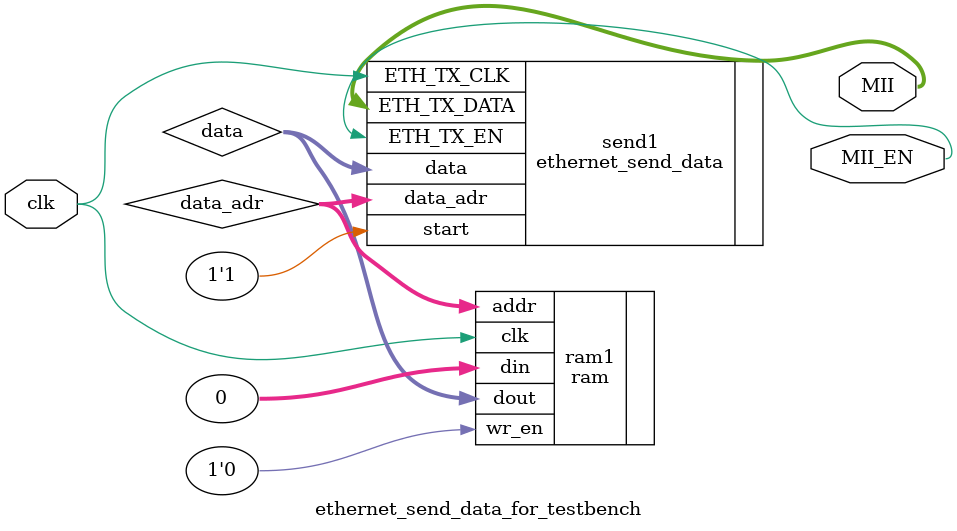
<source format=v>
module ethernet_send_data_for_testbench
(
	input clk,
	output [4:0] MII,
	output MII_EN
);

	wire [7:0] data;
	wire [10:0] data_adr;
	wire EN;
	
	ethernet_send_data #(70) send1
	(
		.ETH_TX_DATA(MII),
		.ETH_TX_CLK(clk),
		.ETH_TX_EN(MII_EN),
		.data(data),
		.data_adr(data_adr),
		.start(1'b1)
	);
	
	ram ram1
	(	
		.clk(clk),
		.addr(data_adr),
		.dout(data),
		.din(0),
		.wr_en(1'b0)
	);

endmodule

</source>
